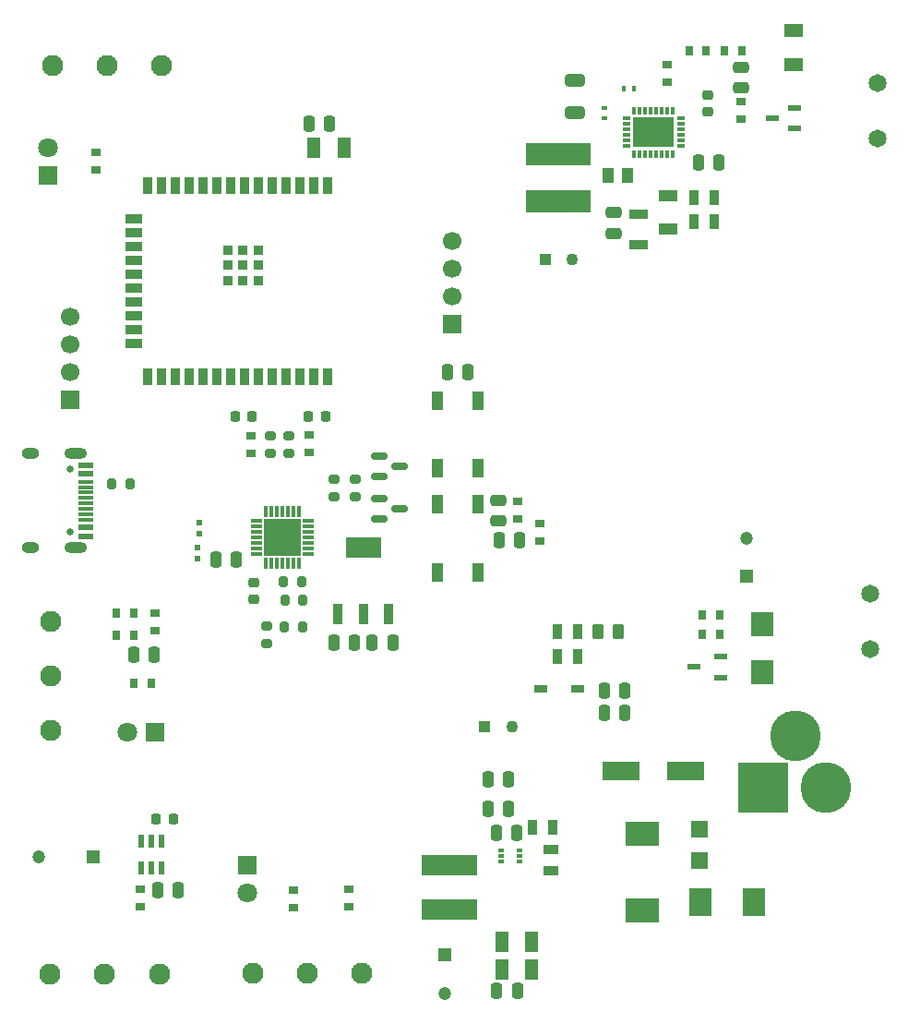
<source format=gbr>
%TF.GenerationSoftware,KiCad,Pcbnew,9.0.7*%
%TF.CreationDate,2026-02-25T21:26:21-06:00*%
%TF.ProjectId,circle_of_life,63697263-6c65-45f6-9f66-5f6c6966652e,rev?*%
%TF.SameCoordinates,Original*%
%TF.FileFunction,Soldermask,Top*%
%TF.FilePolarity,Negative*%
%FSLAX46Y46*%
G04 Gerber Fmt 4.6, Leading zero omitted, Abs format (unit mm)*
G04 Created by KiCad (PCBNEW 9.0.7) date 2026-02-25 21:26:21*
%MOMM*%
%LPD*%
G01*
G04 APERTURE LIST*
G04 Aperture macros list*
%AMRoundRect*
0 Rectangle with rounded corners*
0 $1 Rounding radius*
0 $2 $3 $4 $5 $6 $7 $8 $9 X,Y pos of 4 corners*
0 Add a 4 corners polygon primitive as box body*
4,1,4,$2,$3,$4,$5,$6,$7,$8,$9,$2,$3,0*
0 Add four circle primitives for the rounded corners*
1,1,$1+$1,$2,$3*
1,1,$1+$1,$4,$5*
1,1,$1+$1,$6,$7*
1,1,$1+$1,$8,$9*
0 Add four rect primitives between the rounded corners*
20,1,$1+$1,$2,$3,$4,$5,0*
20,1,$1+$1,$4,$5,$6,$7,0*
20,1,$1+$1,$6,$7,$8,$9,0*
20,1,$1+$1,$8,$9,$2,$3,0*%
G04 Aperture macros list end*
%ADD10R,0.950000X0.800000*%
%ADD11R,0.800000X0.950000*%
%ADD12R,1.700000X1.700000*%
%ADD13C,1.700000*%
%ADD14R,6.000000X2.010000*%
%ADD15RoundRect,0.250000X0.475000X-0.250000X0.475000X0.250000X-0.475000X0.250000X-0.475000X-0.250000X0*%
%ADD16R,1.117600X1.447800*%
%ADD17C,0.650000*%
%ADD18R,1.450000X0.600000*%
%ADD19R,1.450000X0.300000*%
%ADD20O,2.100000X1.000000*%
%ADD21O,1.600000X1.000000*%
%ADD22C,1.950000*%
%ADD23R,1.100000X1.800000*%
%ADD24RoundRect,0.250000X-0.250000X-0.475000X0.250000X-0.475000X0.250000X0.475000X-0.250000X0.475000X0*%
%ADD25RoundRect,0.200000X-0.200000X-0.275000X0.200000X-0.275000X0.200000X0.275000X-0.200000X0.275000X0*%
%ADD26RoundRect,0.225000X0.225000X0.250000X-0.225000X0.250000X-0.225000X-0.250000X0.225000X-0.250000X0*%
%ADD27R,0.900000X1.950000*%
%ADD28R,3.200000X1.950000*%
%ADD29RoundRect,0.200000X0.275000X-0.200000X0.275000X0.200000X-0.275000X0.200000X-0.275000X-0.200000X0*%
%ADD30R,0.600000X0.450000*%
%ADD31RoundRect,0.250000X0.250000X0.475000X-0.250000X0.475000X-0.250000X-0.475000X0.250000X-0.475000X0*%
%ADD32R,1.300000X0.600000*%
%ADD33RoundRect,0.225000X-0.250000X0.225000X-0.250000X-0.225000X0.250000X-0.225000X0.250000X0.225000X0*%
%ADD34R,1.200000X1.200000*%
%ADD35C,1.200000*%
%ADD36R,0.950000X1.400000*%
%ADD37R,1.750000X1.000000*%
%ADD38RoundRect,0.150000X-0.587500X-0.150000X0.587500X-0.150000X0.587500X0.150000X-0.587500X0.150000X0*%
%ADD39R,1.400000X0.950000*%
%ADD40R,0.450000X0.600000*%
%ADD41R,4.650000X4.650000*%
%ADD42C,4.650000*%
%ADD43R,0.300000X0.800000*%
%ADD44R,0.800000X0.300000*%
%ADD45R,3.750000X2.750000*%
%ADD46R,0.900000X1.500000*%
%ADD47R,1.500000X0.900000*%
%ADD48R,0.900000X0.900000*%
%ADD49RoundRect,0.218750X0.218750X0.256250X-0.218750X0.256250X-0.218750X-0.256250X0.218750X-0.256250X0*%
%ADD50C,1.650000*%
%ADD51RoundRect,0.218750X-0.218750X-0.256250X0.218750X-0.256250X0.218750X0.256250X-0.218750X0.256250X0*%
%ADD52R,0.475000X0.300000*%
%ADD53R,3.450000X1.800000*%
%ADD54R,1.800000X1.800000*%
%ADD55C,1.800000*%
%ADD56R,1.200000X0.750000*%
%ADD57R,1.000000X0.300000*%
%ADD58R,0.300000X1.000000*%
%ADD59R,3.350000X3.350000*%
%ADD60RoundRect,0.200000X-0.275000X0.200000X-0.275000X-0.200000X0.275000X-0.200000X0.275000X0.200000X0*%
%ADD61RoundRect,0.250000X-0.262500X-0.450000X0.262500X-0.450000X0.262500X0.450000X-0.262500X0.450000X0*%
%ADD62R,2.150000X2.250000*%
%ADD63R,5.100000X1.850000*%
%ADD64RoundRect,0.102000X0.700000X-0.650000X0.700000X0.650000X-0.700000X0.650000X-0.700000X-0.650000X0*%
%ADD65RoundRect,0.250000X0.650000X-0.325000X0.650000X0.325000X-0.650000X0.325000X-0.650000X-0.325000X0*%
%ADD66R,2.070000X2.660000*%
%ADD67R,1.170000X1.920000*%
%ADD68R,1.700000X1.150000*%
%ADD69R,0.500000X0.600000*%
%ADD70R,3.150000X2.200000*%
%ADD71R,1.100000X1.100000*%
%ADD72C,1.100000*%
%ADD73R,0.600000X1.200000*%
%ADD74R,1.803400X0.914400*%
G04 APERTURE END LIST*
D10*
%TO.C,R18*%
X148600000Y-112500000D03*
X148600000Y-110900000D03*
%TD*%
D11*
%TO.C,R9*%
X98050000Y-161180000D03*
X99650000Y-161180000D03*
%TD*%
D12*
%TO.C,J7*%
X128900000Y-134700000D03*
D13*
X128900000Y-132160000D03*
X128900000Y-129620000D03*
X128900000Y-127080000D03*
%TD*%
D14*
%TO.C,L1*%
X138600000Y-123400000D03*
X138600000Y-119100000D03*
%TD*%
D15*
%TO.C,C18*%
X143700000Y-126350000D03*
X143700000Y-124450000D03*
%TD*%
D16*
%TO.C,C19*%
X143198300Y-121000000D03*
X145001700Y-121000000D03*
%TD*%
D10*
%TO.C,R11*%
X101620000Y-161130000D03*
X101620000Y-162730000D03*
%TD*%
D17*
%TO.C,P1*%
X93830000Y-147970000D03*
X93830000Y-153750000D03*
D18*
X95275000Y-147610000D03*
X95275000Y-148410000D03*
D19*
X95275000Y-149610000D03*
X95275000Y-150610000D03*
X95275000Y-151110000D03*
X95275000Y-152110000D03*
D18*
X95275000Y-153310000D03*
X95275000Y-154110000D03*
X95275000Y-154110000D03*
X95275000Y-153310000D03*
D19*
X95275000Y-152610000D03*
X95275000Y-151610000D03*
X95275000Y-150110000D03*
X95275000Y-149110000D03*
D18*
X95275000Y-148410000D03*
X95275000Y-147610000D03*
D20*
X94360000Y-146540000D03*
D21*
X90180000Y-146540000D03*
D20*
X94360000Y-155180000D03*
D21*
X90180000Y-155180000D03*
%TD*%
D22*
%TO.C,J4*%
X92080000Y-171900000D03*
X92080000Y-166900000D03*
X92080000Y-161900000D03*
%TD*%
D23*
%TO.C,SW2*%
X131252935Y-141700000D03*
X131252935Y-147900000D03*
X127552935Y-141700000D03*
X127552935Y-147900000D03*
%TD*%
D10*
%TO.C,R24*%
X134902935Y-150950000D03*
X134902935Y-152550000D03*
%TD*%
D12*
%TO.C,J8*%
X93800000Y-141620000D03*
D13*
X93800000Y-139080000D03*
X93800000Y-136540000D03*
X93800000Y-134000000D03*
%TD*%
D11*
%TO.C,R13*%
X153450000Y-161350000D03*
X151850000Y-161350000D03*
%TD*%
D23*
%TO.C,SW1*%
X131252935Y-151200000D03*
X131252935Y-157400000D03*
X127552935Y-151200000D03*
X127552935Y-157400000D03*
%TD*%
D10*
%TO.C,R25*%
X136902935Y-152950000D03*
X136902935Y-154550000D03*
%TD*%
D24*
%TO.C,C5*%
X132950000Y-181300000D03*
X134850000Y-181300000D03*
%TD*%
D25*
%TO.C,R33*%
X97675000Y-149300000D03*
X99325000Y-149300000D03*
%TD*%
D26*
%TO.C,C42*%
X103275000Y-180050000D03*
X101725000Y-180050000D03*
%TD*%
D27*
%TO.C,IC2*%
X118422935Y-161250000D03*
X120722935Y-161250000D03*
X123022935Y-161250000D03*
D28*
X120722935Y-155150000D03*
%TD*%
D29*
%TO.C,R37*%
X118052935Y-150527500D03*
X118052935Y-148877500D03*
%TD*%
D22*
%TO.C,J6*%
X92230000Y-110950000D03*
X97230000Y-110950000D03*
X102230000Y-110950000D03*
%TD*%
D30*
%TO.C,C20*%
X142850000Y-115785000D03*
X142850000Y-114835000D03*
%TD*%
D31*
%TO.C,C44*%
X109102935Y-156250000D03*
X107202935Y-156250000D03*
%TD*%
%TO.C,C41*%
X130352935Y-139050000D03*
X128452935Y-139050000D03*
%TD*%
D10*
%TO.C,R10*%
X119400000Y-188100000D03*
X119400000Y-186500000D03*
%TD*%
D32*
%TO.C,Q2*%
X160331944Y-116750000D03*
X160331944Y-114850000D03*
X158231944Y-115800000D03*
%TD*%
D33*
%TO.C,C24*%
X152300000Y-113635000D03*
X152300000Y-115185000D03*
%TD*%
D34*
%TO.C,C36*%
X128200000Y-192500000D03*
D35*
X128200000Y-196000000D03*
%TD*%
D31*
%TO.C,C15*%
X101550000Y-164930000D03*
X99650000Y-164930000D03*
%TD*%
D24*
%TO.C,C3*%
X132150000Y-179100000D03*
X134050000Y-179100000D03*
%TD*%
D25*
%TO.C,R30*%
X113497935Y-162450000D03*
X115147935Y-162450000D03*
%TD*%
D36*
%TO.C,R19*%
X151050000Y-123100000D03*
X152950000Y-123100000D03*
%TD*%
D31*
%TO.C,C23*%
X153350000Y-119800000D03*
X151450000Y-119800000D03*
%TD*%
D36*
%TO.C,R20*%
X152950000Y-125300000D03*
X151050000Y-125300000D03*
%TD*%
D24*
%TO.C,C1*%
X118022935Y-163900000D03*
X119922935Y-163900000D03*
%TD*%
D37*
%TO.C,R22*%
X148700000Y-125900000D03*
X148700000Y-122900000D03*
%TD*%
D31*
%TO.C,C2*%
X123422935Y-163900000D03*
X121522935Y-163900000D03*
%TD*%
D34*
%TO.C,C12*%
X155850000Y-157780000D03*
D35*
X155850000Y-154280000D03*
%TD*%
D38*
%TO.C,Q4*%
X122215435Y-146752500D03*
X122215435Y-148652500D03*
X124090435Y-147702500D03*
%TD*%
D36*
%TO.C,R4*%
X138500000Y-165100000D03*
X140400000Y-165100000D03*
%TD*%
%TO.C,R6*%
X138150000Y-180800000D03*
X136250000Y-180800000D03*
%TD*%
%TO.C,R7*%
X138500000Y-162850000D03*
X140400000Y-162850000D03*
%TD*%
D33*
%TO.C,C45*%
X110652935Y-158375000D03*
X110652935Y-159925000D03*
%TD*%
D39*
%TO.C,R5*%
X137934540Y-184750000D03*
X137934540Y-182850000D03*
%TD*%
D40*
%TO.C,C21*%
X145575000Y-113060000D03*
X144625000Y-113060000D03*
%TD*%
D41*
%TO.C,J3*%
X157400000Y-177200000D03*
D42*
X163200000Y-177200000D03*
X160400000Y-172400000D03*
%TD*%
D15*
%TO.C,C38*%
X133152935Y-152700000D03*
X133152935Y-150800000D03*
%TD*%
D43*
%TO.C,IC4*%
X145600000Y-119060000D03*
X146100000Y-119060000D03*
X146600000Y-119060000D03*
X147100000Y-119060000D03*
X147600000Y-119060000D03*
X148100000Y-119060000D03*
X148600000Y-119060000D03*
X149100000Y-119060000D03*
D44*
X149850000Y-118310000D03*
X149850000Y-117810000D03*
X149850000Y-117310000D03*
X149850000Y-116810000D03*
X149850000Y-116310000D03*
X149850000Y-115810000D03*
D43*
X149100000Y-115060000D03*
X148600000Y-115060000D03*
X148100000Y-115060000D03*
X147600000Y-115060000D03*
X147100000Y-115060000D03*
X146600000Y-115060000D03*
X146100000Y-115060000D03*
X145600000Y-115060000D03*
D44*
X144850000Y-115810000D03*
X144850000Y-116310000D03*
X144850000Y-116810000D03*
X144850000Y-117310000D03*
X144850000Y-117810000D03*
X144850000Y-118310000D03*
D45*
X147350000Y-117060000D03*
%TD*%
D22*
%TO.C,J2*%
X92000000Y-194300000D03*
X97000000Y-194300000D03*
X102000000Y-194300000D03*
%TD*%
D11*
%TO.C,R8*%
X99650000Y-163180000D03*
X98050000Y-163180000D03*
%TD*%
D46*
%TO.C,IC1*%
X117420000Y-122000000D03*
X116150000Y-122000000D03*
X114880000Y-122000000D03*
X113610000Y-122000000D03*
X112340000Y-122000000D03*
X111070000Y-122000000D03*
X109800000Y-122000000D03*
X108530000Y-122000000D03*
X107260000Y-122000000D03*
X105990000Y-122000000D03*
X104720000Y-122000000D03*
X103450000Y-122000000D03*
X102180000Y-122000000D03*
X100910000Y-122000000D03*
D47*
X99660000Y-125035000D03*
X99660000Y-126305000D03*
X99660000Y-127575000D03*
X99660000Y-128845000D03*
X99660000Y-130115000D03*
X99660000Y-131385000D03*
X99660000Y-132655000D03*
X99660000Y-133925000D03*
X99660000Y-135195000D03*
X99660000Y-136465000D03*
D46*
X100910000Y-139500000D03*
X102180000Y-139500000D03*
X103450000Y-139500000D03*
X104720000Y-139500000D03*
X105990000Y-139500000D03*
X107260000Y-139500000D03*
X108530000Y-139500000D03*
X109800000Y-139500000D03*
X111070000Y-139500000D03*
X112340000Y-139500000D03*
X113610000Y-139500000D03*
X114880000Y-139500000D03*
X116150000Y-139500000D03*
X117420000Y-139500000D03*
D48*
X109700000Y-129250000D03*
X109700000Y-127850000D03*
X108300000Y-127850000D03*
X108300000Y-129250000D03*
X108300000Y-130650000D03*
X109700000Y-130650000D03*
X111100000Y-130650000D03*
X111100000Y-129250000D03*
X111100000Y-127850000D03*
%TD*%
D49*
%TO.C,D10*%
X117240435Y-143100000D03*
X115665435Y-143100000D03*
%TD*%
D24*
%TO.C,C28*%
X115750000Y-116300000D03*
X117650000Y-116300000D03*
%TD*%
D50*
%TO.C,J11*%
X167931944Y-117649586D03*
X167931944Y-112569586D03*
%TD*%
D11*
%TO.C,R15*%
X153850000Y-109560000D03*
X155450000Y-109560000D03*
%TD*%
D51*
%TO.C,D9*%
X108965435Y-143100000D03*
X110540435Y-143100000D03*
%TD*%
D24*
%TO.C,C39*%
X133202935Y-154500000D03*
X135102935Y-154500000D03*
%TD*%
D52*
%TO.C,IC3*%
X133362000Y-182900000D03*
X133362000Y-183400000D03*
X133362000Y-183900000D03*
X135038000Y-183900000D03*
X135038000Y-183400000D03*
X135038000Y-182900000D03*
%TD*%
D32*
%TO.C,Q1*%
X153500000Y-167050000D03*
X153500000Y-165150000D03*
X151100000Y-166100000D03*
%TD*%
D53*
%TO.C,C9*%
X144400000Y-175600000D03*
X150300000Y-175600000D03*
%TD*%
D54*
%TO.C,D5*%
X91790000Y-120990000D03*
D55*
X91790000Y-118450000D03*
%TD*%
D56*
%TO.C,D3*%
X140400000Y-168100000D03*
X137000000Y-168100000D03*
%TD*%
D57*
%TO.C,IC6*%
X110950000Y-152700000D03*
X110950000Y-153200000D03*
X110950000Y-153700000D03*
X110950000Y-154200000D03*
X110950000Y-154700000D03*
X110950000Y-155200000D03*
X110950000Y-155700000D03*
D58*
X111800000Y-156550000D03*
X112300000Y-156550000D03*
X112800000Y-156550000D03*
X113300000Y-156550000D03*
X113800000Y-156550000D03*
X114300000Y-156550000D03*
X114800000Y-156550000D03*
D57*
X115650000Y-155700000D03*
X115650000Y-155200000D03*
X115650000Y-154700000D03*
X115650000Y-154200000D03*
X115650000Y-153700000D03*
X115650000Y-153200000D03*
X115650000Y-152700000D03*
D58*
X114800000Y-151850000D03*
X114300000Y-151850000D03*
X113800000Y-151850000D03*
X113300000Y-151850000D03*
X112800000Y-151850000D03*
X112300000Y-151850000D03*
X111800000Y-151850000D03*
D59*
X113300000Y-154200000D03*
%TD*%
D60*
%TO.C,R39*%
X113902935Y-144875000D03*
X113902935Y-146525000D03*
%TD*%
D10*
%TO.C,R23*%
X155350000Y-114260000D03*
X155350000Y-115860000D03*
%TD*%
D61*
%TO.C,R3*%
X142287500Y-162850000D03*
X144112500Y-162850000D03*
%TD*%
D62*
%TO.C,D4*%
X157350000Y-162150000D03*
X157350000Y-166550000D03*
%TD*%
D63*
%TO.C,L2*%
X128600000Y-188300000D03*
X128600000Y-184300000D03*
%TD*%
D10*
%TO.C,R34*%
X110452935Y-146500000D03*
X110452935Y-144900000D03*
%TD*%
D64*
%TO.C,D2*%
X151600000Y-183850000D03*
X151600000Y-180950000D03*
%TD*%
D11*
%TO.C,R12*%
X151800000Y-163100000D03*
X153400000Y-163100000D03*
%TD*%
D65*
%TO.C,C43*%
X140100000Y-115275000D03*
X140100000Y-112325000D03*
%TD*%
D24*
%TO.C,C4*%
X132150000Y-176400000D03*
X134050000Y-176400000D03*
%TD*%
D10*
%TO.C,R1*%
X100250000Y-186500000D03*
X100250000Y-188100000D03*
%TD*%
D66*
%TO.C,F2*%
X156550000Y-187700000D03*
X151650000Y-187700000D03*
%TD*%
D67*
%TO.C,C6*%
X133430000Y-193800000D03*
X136170000Y-193800000D03*
%TD*%
D22*
%TO.C,J5*%
X110600000Y-194200000D03*
X115600000Y-194200000D03*
X120600000Y-194200000D03*
%TD*%
D10*
%TO.C,R35*%
X115752935Y-146400000D03*
X115752935Y-144800000D03*
%TD*%
D29*
%TO.C,R29*%
X111822935Y-163975000D03*
X111822935Y-162325000D03*
%TD*%
D68*
%TO.C,R14*%
X160200000Y-107750000D03*
X160200000Y-110900000D03*
%TD*%
D54*
%TO.C,D6*%
X110090000Y-184300000D03*
D55*
X110090000Y-186840000D03*
%TD*%
D25*
%TO.C,R32*%
X113425000Y-158300000D03*
X115075000Y-158300000D03*
%TD*%
D69*
%TO.C,D8*%
X105652935Y-153850000D03*
X105652935Y-152850000D03*
%TD*%
D54*
%TO.C,D7*%
X101640000Y-172060000D03*
D55*
X99100000Y-172060000D03*
%TD*%
D70*
%TO.C,D1*%
X146350000Y-181400000D03*
X146350000Y-188400000D03*
%TD*%
D11*
%TO.C,R21*%
X150600000Y-109560000D03*
X152200000Y-109560000D03*
%TD*%
D60*
%TO.C,R36*%
X119952935Y-148877500D03*
X119952935Y-150527500D03*
%TD*%
D15*
%TO.C,C26*%
X155350000Y-113010000D03*
X155350000Y-111110000D03*
%TD*%
D24*
%TO.C,C40*%
X101875000Y-186550000D03*
X103775000Y-186550000D03*
%TD*%
%TO.C,C8*%
X132980000Y-195800000D03*
X134880000Y-195800000D03*
%TD*%
D50*
%TO.C,J1*%
X167200000Y-159360000D03*
X167200000Y-164440000D03*
%TD*%
D34*
%TO.C,C13*%
X95975000Y-183550000D03*
D35*
X90975000Y-183550000D03*
%TD*%
D69*
%TO.C,D11*%
X105552935Y-155150000D03*
X105552935Y-156150000D03*
%TD*%
D10*
%TO.C,R26*%
X96230000Y-120547158D03*
X96230000Y-118947158D03*
%TD*%
D11*
%TO.C,R28*%
X99650000Y-167560000D03*
X101250000Y-167560000D03*
%TD*%
D38*
%TO.C,Q3*%
X122177935Y-150652500D03*
X122177935Y-152552500D03*
X124052935Y-151602500D03*
%TD*%
D24*
%TO.C,C11*%
X142850000Y-168300000D03*
X144750000Y-168300000D03*
%TD*%
D67*
%TO.C,C7*%
X133430000Y-191300000D03*
X136170000Y-191300000D03*
%TD*%
D71*
%TO.C,C37*%
X137400000Y-128700000D03*
D72*
X139900000Y-128700000D03*
%TD*%
D10*
%TO.C,R27*%
X114340000Y-186600000D03*
X114340000Y-188200000D03*
%TD*%
D67*
%TO.C,C27*%
X116200000Y-118500000D03*
X118940000Y-118500000D03*
%TD*%
D60*
%TO.C,R38*%
X112224284Y-144875000D03*
X112224284Y-146525000D03*
%TD*%
D73*
%TO.C,IC5*%
X102250000Y-182050000D03*
X101300000Y-182050000D03*
X100350000Y-182050000D03*
X100350000Y-184550000D03*
X101300000Y-184550000D03*
X102250000Y-184550000D03*
%TD*%
D24*
%TO.C,C10*%
X142850000Y-170300000D03*
X144750000Y-170300000D03*
%TD*%
D71*
%TO.C,C29*%
X131850000Y-171600000D03*
D72*
X134350000Y-171600000D03*
%TD*%
D25*
%TO.C,R31*%
X113525000Y-160000000D03*
X115175000Y-160000000D03*
%TD*%
D74*
%TO.C,C17*%
X146000000Y-127397000D03*
X146000000Y-124603000D03*
%TD*%
M02*

</source>
